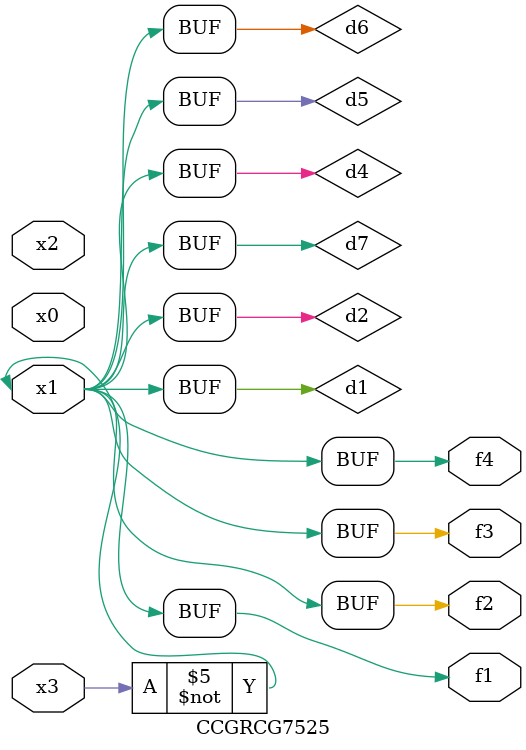
<source format=v>
module CCGRCG7525(
	input x0, x1, x2, x3,
	output f1, f2, f3, f4
);

	wire d1, d2, d3, d4, d5, d6, d7;

	not (d1, x3);
	buf (d2, x1);
	xnor (d3, d1, d2);
	nor (d4, d1);
	buf (d5, d1, d2);
	buf (d6, d4, d5);
	nand (d7, d4);
	assign f1 = d6;
	assign f2 = d7;
	assign f3 = d6;
	assign f4 = d6;
endmodule

</source>
